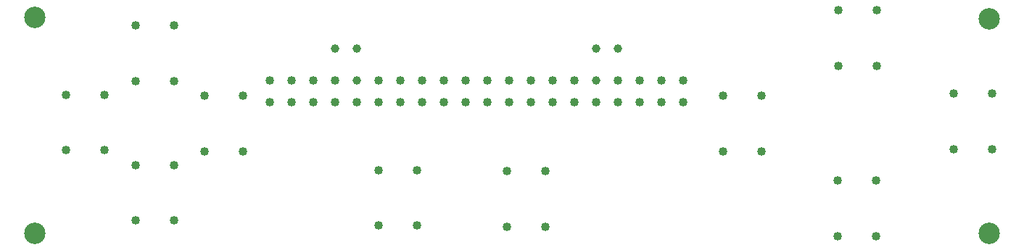
<source format=gbr>
G04 PROTEUS GERBER X2 FILE*
%TF.GenerationSoftware,Labcenter,Proteus,8.5-SP0-Build22067*%
%TF.CreationDate,2018-10-08T15:10:15+00:00*%
%TF.FileFunction,Plated,1,16,PTH*%
%TF.FilePolarity,Positive*%
%TF.Part,Single*%
%FSLAX45Y45*%
%MOMM*%
G01*
%TA.AperFunction,ComponentDrill*%
%ADD16C,1.016000*%
%ADD17C,1.000000*%
%ADD18C,2.499360*%
D16*
X+3240000Y+2030000D03*
X+3494000Y+2030000D03*
X+3748000Y+2030000D03*
X+4002000Y+2030000D03*
X+4256000Y+2030000D03*
X+4510000Y+2030000D03*
X+4764000Y+2030000D03*
X+5018000Y+2030000D03*
X+5272000Y+2030000D03*
X+5526000Y+2030000D03*
X+5780000Y+2030000D03*
X+6034000Y+2030000D03*
X+6288000Y+2030000D03*
X+6542000Y+2030000D03*
X+6796000Y+2030000D03*
X+7050000Y+2030000D03*
X+7304000Y+2030000D03*
X+7558000Y+2030000D03*
X+7812000Y+2030000D03*
X+8066000Y+2030000D03*
X+8066000Y+2284000D03*
X+7812000Y+2284000D03*
X+7558000Y+2284000D03*
X+7304000Y+2284000D03*
D17*
X+7050000Y+2284000D03*
D16*
X+6796000Y+2284000D03*
X+6542000Y+2284000D03*
X+6288000Y+2284000D03*
X+6034000Y+2284000D03*
X+5780000Y+2284000D03*
X+5526000Y+2284000D03*
X+5272000Y+2284000D03*
X+5018000Y+2284000D03*
X+4764000Y+2284000D03*
X+4510000Y+2284000D03*
D17*
X+4256000Y+2284000D03*
D16*
X+4002000Y+2284000D03*
X+3748000Y+2284000D03*
X+3494000Y+2284000D03*
X+3240000Y+2284000D03*
X+1310000Y+2120000D03*
X+1310000Y+1470000D03*
X+860000Y+2120000D03*
X+860000Y+1470000D03*
X+2120000Y+2930000D03*
X+2120000Y+2280000D03*
X+1670000Y+2930000D03*
X+1670000Y+2280000D03*
X+2930000Y+2110000D03*
X+2930000Y+1460000D03*
X+2480000Y+2110000D03*
X+2480000Y+1460000D03*
X+2120000Y+1300000D03*
X+2120000Y+650000D03*
X+1670000Y+1300000D03*
X+1670000Y+650000D03*
X+4960000Y+1240000D03*
X+4960000Y+590000D03*
X+4510000Y+1240000D03*
X+4510000Y+590000D03*
X+6460000Y+1230000D03*
X+6460000Y+580000D03*
X+6010000Y+1230000D03*
X+6010000Y+580000D03*
X+8980000Y+2110000D03*
X+8980000Y+1460000D03*
X+8530000Y+2110000D03*
X+8530000Y+1460000D03*
X+10330000Y+3110000D03*
X+10330000Y+2460000D03*
X+9880000Y+3110000D03*
X+9880000Y+2460000D03*
X+11670000Y+2130000D03*
X+11670000Y+1480000D03*
X+11220000Y+2130000D03*
X+11220000Y+1480000D03*
X+10320000Y+1120000D03*
X+10320000Y+470000D03*
X+9870000Y+1120000D03*
X+9870000Y+470000D03*
D17*
X+4260000Y+2660000D03*
X+4000000Y+2660000D03*
X+7050000Y+2660000D03*
X+7300000Y+2660000D03*
D18*
X+500000Y+3020000D03*
X+500000Y+500000D03*
X+11640000Y+3010000D03*
X+11640000Y+500000D03*
M02*

</source>
